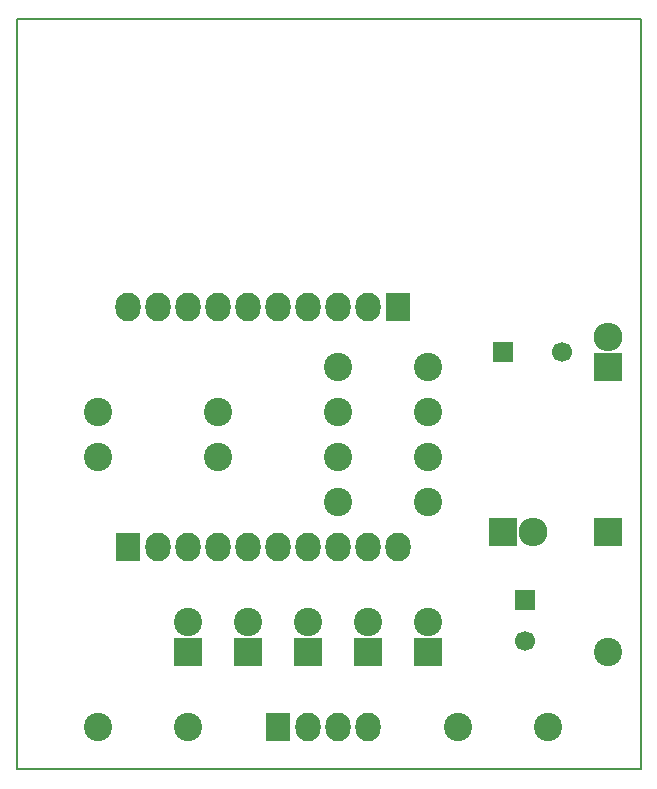
<source format=gbr>
G04 #@! TF.GenerationSoftware,KiCad,Pcbnew,5.1.5+dfsg1-2build2*
G04 #@! TF.CreationDate,2024-03-17T19:22:37+01:00*
G04 #@! TF.ProjectId,mm7d,6d6d3764-2e6b-4696-9361-645f70636258,231006*
G04 #@! TF.SameCoordinates,Original*
G04 #@! TF.FileFunction,Soldermask,Bot*
G04 #@! TF.FilePolarity,Negative*
%FSLAX46Y46*%
G04 Gerber Fmt 4.6, Leading zero omitted, Abs format (unit mm)*
G04 Created by KiCad (PCBNEW 5.1.5+dfsg1-2build2) date 2024-03-17 19:22:37*
%MOMM*%
%LPD*%
G04 APERTURE LIST*
%ADD10C,0.150000*%
%ADD11C,2.398980*%
%ADD12R,2.400000X2.400000*%
%ADD13C,2.400000*%
%ADD14R,2.127200X2.432000*%
%ADD15O,2.127200X2.432000*%
%ADD16R,1.700000X1.700000*%
%ADD17C,1.700000*%
%ADD18R,2.432000X2.432000*%
%ADD19O,2.432000X2.432000*%
%ADD20R,2.398980X2.398980*%
G04 APERTURE END LIST*
D10*
X123952000Y-67056000D02*
X123952000Y-130556000D01*
X176784000Y-67056000D02*
X123952000Y-67056000D01*
X176784000Y-130556000D02*
X176784000Y-67056000D01*
X123952000Y-130556000D02*
X176784000Y-130556000D01*
D11*
X158750000Y-96520000D03*
X151130000Y-96520000D03*
X151130000Y-100330000D03*
X158750000Y-100330000D03*
X151130000Y-107950000D03*
X158750000Y-107950000D03*
X151130000Y-104140000D03*
X158750000Y-104140000D03*
X130810000Y-127000000D03*
X138430000Y-127000000D03*
X130810000Y-100330000D03*
X140970000Y-100330000D03*
X130810000Y-104140000D03*
X140970000Y-104140000D03*
D12*
X138430000Y-120650000D03*
D13*
X138430000Y-118110000D03*
D12*
X143510000Y-120650000D03*
D13*
X143510000Y-118110000D03*
D12*
X148590000Y-120650000D03*
D13*
X148590000Y-118110000D03*
D12*
X153670000Y-120650000D03*
D13*
X153670000Y-118110000D03*
D12*
X158750000Y-120650000D03*
D13*
X158750000Y-118110000D03*
D14*
X146050000Y-127000000D03*
D15*
X148590000Y-127000000D03*
X151130000Y-127000000D03*
X153670000Y-127000000D03*
D14*
X133350000Y-111760000D03*
D15*
X135890000Y-111760000D03*
X138430000Y-111760000D03*
X140970000Y-111760000D03*
X143510000Y-111760000D03*
X146050000Y-111760000D03*
X148590000Y-111760000D03*
X151130000Y-111760000D03*
X153670000Y-111760000D03*
X156210000Y-111760000D03*
D14*
X156210000Y-91440000D03*
D15*
X153670000Y-91440000D03*
X151130000Y-91440000D03*
X148590000Y-91440000D03*
X146050000Y-91440000D03*
X143510000Y-91440000D03*
X140970000Y-91440000D03*
X138430000Y-91440000D03*
X135890000Y-91440000D03*
X133350000Y-91440000D03*
D16*
X165100000Y-95250000D03*
D17*
X170100000Y-95250000D03*
D18*
X165100000Y-110490000D03*
D19*
X167640000Y-110490000D03*
D18*
X173990000Y-96520000D03*
D19*
X173990000Y-93980000D03*
D17*
X167005000Y-119705000D03*
D16*
X167005000Y-116205000D03*
D11*
X168910000Y-127000000D03*
X161290000Y-127000000D03*
X173992540Y-120650000D03*
D20*
X173992540Y-110490000D03*
M02*

</source>
